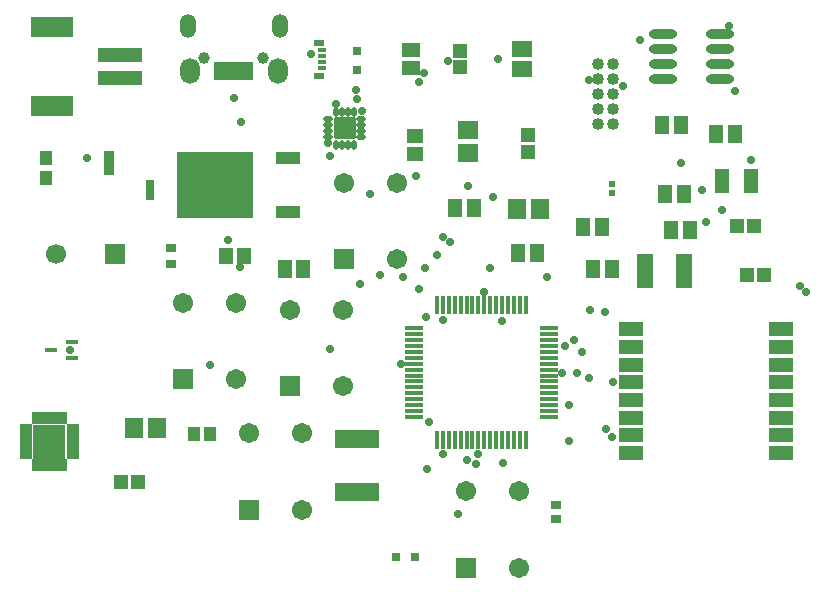
<source format=gts>
G04*
G04 #@! TF.GenerationSoftware,Altium Limited,Altium Designer,21.1.1 (26)*
G04*
G04 Layer_Color=8388736*
%FSLAX25Y25*%
%MOIN*%
G70*
G04*
G04 #@! TF.SameCoordinates,D9F95C0E-15A9-44F3-8ABD-4EC37FB7AC5F*
G04*
G04*
G04 #@! TF.FilePolarity,Negative*
G04*
G01*
G75*
%ADD17R,0.04473X0.01775*%
%ADD22R,0.01181X0.05906*%
%ADD23R,0.05906X0.01181*%
%ADD26R,0.03985X0.04560*%
%ADD29R,0.01860X0.02029*%
%ADD32R,0.03150X0.03150*%
%ADD33R,0.03197X0.02985*%
%ADD40R,0.03740X0.02756*%
%ADD41R,0.03150X0.03150*%
%ADD50R,0.03543X0.02362*%
%ADD51R,0.03150X0.01181*%
%ADD57O,0.09461X0.03162*%
%ADD58R,0.08477X0.04540*%
%ADD59R,0.04737X0.07887*%
%ADD60R,0.04540X0.04934*%
%ADD61R,0.06902X0.06312*%
%ADD62R,0.03713X0.03871*%
G04:AMPARAMS|DCode=63|XSize=74.93mil|YSize=74.93mil|CornerRadius=6.01mil|HoleSize=0mil|Usage=FLASHONLY|Rotation=90.000|XOffset=0mil|YOffset=0mil|HoleType=Round|Shape=RoundedRectangle|*
%AMROUNDEDRECTD63*
21,1,0.07493,0.06291,0,0,90.0*
21,1,0.06291,0.07493,0,0,90.0*
1,1,0.01202,0.03146,0.03146*
1,1,0.01202,0.03146,-0.03146*
1,1,0.01202,-0.03146,-0.03146*
1,1,0.01202,-0.03146,0.03146*
%
%ADD63ROUNDEDRECTD63*%
G04:AMPARAMS|DCode=64|XSize=17.84mil|YSize=31.62mil|CornerRadius=5.97mil|HoleSize=0mil|Usage=FLASHONLY|Rotation=90.000|XOffset=0mil|YOffset=0mil|HoleType=Round|Shape=RoundedRectangle|*
%AMROUNDEDRECTD64*
21,1,0.01784,0.01968,0,0,90.0*
21,1,0.00591,0.03162,0,0,90.0*
1,1,0.01194,0.00984,0.00295*
1,1,0.01194,0.00984,-0.00295*
1,1,0.01194,-0.00984,-0.00295*
1,1,0.01194,-0.00984,0.00295*
%
%ADD64ROUNDEDRECTD64*%
G04:AMPARAMS|DCode=65|XSize=17.84mil|YSize=31.62mil|CornerRadius=5.97mil|HoleSize=0mil|Usage=FLASHONLY|Rotation=180.000|XOffset=0mil|YOffset=0mil|HoleType=Round|Shape=RoundedRectangle|*
%AMROUNDEDRECTD65*
21,1,0.01784,0.01968,0,0,180.0*
21,1,0.00591,0.03162,0,0,180.0*
1,1,0.01194,-0.00295,0.00984*
1,1,0.01194,0.00295,0.00984*
1,1,0.01194,0.00295,-0.00984*
1,1,0.01194,-0.00295,-0.00984*
%
%ADD65ROUNDEDRECTD65*%
%ADD66R,0.14580X0.06115*%
%ADD67R,0.04147X0.04540*%
%ADD68R,0.02572X0.05918*%
%ADD69R,0.14186X0.06706*%
%ADD70R,0.14580X0.04737*%
%ADD71R,0.07887X0.04343*%
%ADD72R,0.25210X0.22257*%
%ADD73R,0.03162X0.03359*%
%ADD74R,0.06115X0.04737*%
%ADD75R,0.05721X0.04737*%
%ADD76R,0.04540X0.06115*%
%ADD77R,0.06312X0.06706*%
%ADD78R,0.05328X0.11430*%
%ADD79R,0.04737X0.05721*%
%ADD80R,0.04737X0.06115*%
%ADD81R,0.04934X0.04540*%
%ADD82R,0.05131X0.04737*%
%ADD83R,0.06509X0.05524*%
%ADD84R,0.11036X0.11430*%
%ADD85R,0.04147X0.02178*%
%ADD86R,0.02178X0.03950*%
%ADD87R,0.06693X0.06693*%
%ADD88C,0.06693*%
%ADD89C,0.06706*%
%ADD90R,0.06706X0.06706*%
%ADD91C,0.04000*%
%ADD92C,0.03950*%
%ADD93O,0.05328X0.07887*%
%ADD94O,0.06509X0.08674*%
%ADD95C,0.02800*%
%ADD96C,0.02769*%
D17*
X126988Y382441D02*
D03*
Y387559D02*
D03*
X120000Y385000D02*
D03*
D22*
X248736Y399941D02*
D03*
X250705D02*
D03*
X252673D02*
D03*
X254642D02*
D03*
X256610D02*
D03*
X258579D02*
D03*
X260547D02*
D03*
X262516D02*
D03*
X264484D02*
D03*
X266453D02*
D03*
X268421D02*
D03*
X270390D02*
D03*
X272358D02*
D03*
X274327D02*
D03*
X276295D02*
D03*
X278264D02*
D03*
Y355059D02*
D03*
X276295D02*
D03*
X274327D02*
D03*
X272358D02*
D03*
X270390D02*
D03*
X268421D02*
D03*
X266453D02*
D03*
X264484D02*
D03*
X262516D02*
D03*
X260547D02*
D03*
X258579D02*
D03*
X256610D02*
D03*
X254642D02*
D03*
X252673D02*
D03*
X250705D02*
D03*
X248736D02*
D03*
D23*
X285941Y392264D02*
D03*
Y390295D02*
D03*
Y388327D02*
D03*
Y386358D02*
D03*
Y384390D02*
D03*
Y382421D02*
D03*
Y380453D02*
D03*
Y378484D02*
D03*
Y376516D02*
D03*
Y374547D02*
D03*
Y372579D02*
D03*
Y370610D02*
D03*
Y368642D02*
D03*
Y366673D02*
D03*
Y364705D02*
D03*
Y362736D02*
D03*
X241059D02*
D03*
Y364705D02*
D03*
Y366673D02*
D03*
Y368642D02*
D03*
Y370610D02*
D03*
Y372579D02*
D03*
Y374547D02*
D03*
Y376516D02*
D03*
Y378484D02*
D03*
Y380453D02*
D03*
Y382421D02*
D03*
Y384390D02*
D03*
Y386358D02*
D03*
Y388327D02*
D03*
Y390295D02*
D03*
Y392264D02*
D03*
D26*
X118500Y442500D02*
D03*
Y449012D02*
D03*
D29*
X307000Y440490D02*
D03*
Y437510D02*
D03*
D32*
X241496Y316000D02*
D03*
X235000D02*
D03*
D33*
X288500Y333469D02*
D03*
Y328532D02*
D03*
D40*
X160000Y419157D02*
D03*
Y413843D02*
D03*
D41*
X222000Y478252D02*
D03*
Y484748D02*
D03*
D50*
X209516Y487496D02*
D03*
Y476472D02*
D03*
D51*
X210500Y484937D02*
D03*
Y482969D02*
D03*
Y481000D02*
D03*
Y479031D02*
D03*
D57*
X324051Y490500D02*
D03*
Y485500D02*
D03*
Y480500D02*
D03*
Y475500D02*
D03*
X342949Y490500D02*
D03*
Y485500D02*
D03*
Y480500D02*
D03*
Y475500D02*
D03*
D58*
X313500Y350642D02*
D03*
Y356547D02*
D03*
Y362453D02*
D03*
Y368358D02*
D03*
Y374264D02*
D03*
Y380169D02*
D03*
Y386075D02*
D03*
Y391980D02*
D03*
X363500D02*
D03*
Y386075D02*
D03*
Y380169D02*
D03*
Y374264D02*
D03*
Y368358D02*
D03*
Y362453D02*
D03*
Y356547D02*
D03*
Y350642D02*
D03*
D59*
X353421Y441500D02*
D03*
X343579D02*
D03*
D60*
X143291Y341000D02*
D03*
X149000D02*
D03*
X357854Y410000D02*
D03*
X352146D02*
D03*
X348791Y426500D02*
D03*
X354500D02*
D03*
D61*
X259000Y450760D02*
D03*
Y458240D02*
D03*
D62*
X139500Y445500D02*
D03*
Y449358D02*
D03*
D63*
X218000Y459000D02*
D03*
D64*
X212488Y456047D02*
D03*
Y458016D02*
D03*
Y459984D02*
D03*
Y461953D02*
D03*
X223512D02*
D03*
Y459984D02*
D03*
Y458016D02*
D03*
Y456047D02*
D03*
D65*
X215047Y464512D02*
D03*
X217016D02*
D03*
X218984D02*
D03*
X220953D02*
D03*
Y453488D02*
D03*
X218984D02*
D03*
X217016D02*
D03*
X215047D02*
D03*
D66*
X222000Y355500D02*
D03*
Y337784D02*
D03*
D67*
X173000Y357000D02*
D03*
X167685D02*
D03*
D68*
X178441Y478083D02*
D03*
X181000D02*
D03*
X183559D02*
D03*
X175882D02*
D03*
X186118D02*
D03*
D69*
X120445Y466311D02*
D03*
Y492689D02*
D03*
D70*
X143083Y475563D02*
D03*
Y483437D02*
D03*
D71*
X199035Y431024D02*
D03*
Y448976D02*
D03*
D72*
X174626Y440000D02*
D03*
D73*
X153000Y436827D02*
D03*
Y440173D02*
D03*
D74*
X240000Y479047D02*
D03*
Y484953D02*
D03*
D75*
X241500Y456406D02*
D03*
Y450500D02*
D03*
D76*
X254850Y432500D02*
D03*
X261150D02*
D03*
X297350Y426000D02*
D03*
X303650D02*
D03*
X275850Y417500D02*
D03*
X282150D02*
D03*
X300850Y412000D02*
D03*
X307150D02*
D03*
X326850Y425000D02*
D03*
X333150D02*
D03*
X324850Y437000D02*
D03*
X331150D02*
D03*
X323850Y460000D02*
D03*
X330150D02*
D03*
X341701Y457000D02*
D03*
X348000D02*
D03*
D77*
X283000Y432000D02*
D03*
X275520D02*
D03*
X147760Y359000D02*
D03*
X155240D02*
D03*
D78*
X331000Y411500D02*
D03*
X318205D02*
D03*
D79*
X184453Y416500D02*
D03*
X178547D02*
D03*
D80*
X198047Y412000D02*
D03*
X203953D02*
D03*
D81*
X279000Y451146D02*
D03*
Y456854D02*
D03*
D82*
X256500Y479244D02*
D03*
Y484756D02*
D03*
D83*
X277000Y478654D02*
D03*
Y485346D02*
D03*
D84*
X119500Y354500D02*
D03*
D85*
X111724Y349579D02*
D03*
Y351547D02*
D03*
Y353516D02*
D03*
Y355484D02*
D03*
Y357453D02*
D03*
Y359421D02*
D03*
X127276D02*
D03*
Y357453D02*
D03*
Y355484D02*
D03*
Y353516D02*
D03*
Y351547D02*
D03*
Y349579D02*
D03*
D86*
X114579Y362374D02*
D03*
X116547D02*
D03*
X118516D02*
D03*
X120484D02*
D03*
X122453D02*
D03*
X124421D02*
D03*
Y346626D02*
D03*
X122453D02*
D03*
X120484D02*
D03*
X118516D02*
D03*
X116547D02*
D03*
X114579D02*
D03*
D87*
X141500Y417000D02*
D03*
D88*
X121815D02*
D03*
D89*
X235358Y415205D02*
D03*
Y440795D02*
D03*
X217642D02*
D03*
X217500Y372910D02*
D03*
Y398500D02*
D03*
X199784D02*
D03*
X276000Y312410D02*
D03*
Y338000D02*
D03*
X258284D02*
D03*
X203858Y331705D02*
D03*
Y357295D02*
D03*
X186142D02*
D03*
X181858Y375205D02*
D03*
Y400795D02*
D03*
X164142D02*
D03*
D90*
X217642Y415205D02*
D03*
X199784Y372910D02*
D03*
X258284Y312410D02*
D03*
X186142Y331705D02*
D03*
X164142Y375205D02*
D03*
D91*
X307500Y460500D02*
D03*
X302500D02*
D03*
X307500Y465500D02*
D03*
X302500D02*
D03*
X307500Y470500D02*
D03*
X302539D02*
D03*
X307500Y475500D02*
D03*
X302500D02*
D03*
X307500Y480500D02*
D03*
X302500D02*
D03*
D92*
X171157Y482217D02*
D03*
X190843D02*
D03*
D93*
X165744Y493043D02*
D03*
X196256D02*
D03*
D94*
X166335Y478083D02*
D03*
X195665D02*
D03*
D95*
X346100Y493000D02*
D03*
X212900Y385384D02*
D03*
X330150Y447400D02*
D03*
X348000Y471300D02*
D03*
X212300Y453900D02*
D03*
X252400Y481516D02*
D03*
X221884Y471550D02*
D03*
X268900Y482000D02*
D03*
X258579Y348200D02*
D03*
X245000Y396100D02*
D03*
X264500Y404500D02*
D03*
X183100Y412700D02*
D03*
X270550Y394850D02*
D03*
X307564Y374264D02*
D03*
X296900Y384390D02*
D03*
X304600Y397650D02*
D03*
X253050Y420950D02*
D03*
X126300Y385000D02*
D03*
X245500Y345200D02*
D03*
X245900Y360900D02*
D03*
X250600Y350500D02*
D03*
X294250Y388327D02*
D03*
X181000Y468900D02*
D03*
X291250Y386400D02*
D03*
X183559Y461100D02*
D03*
X270800Y347400D02*
D03*
X223100Y406900D02*
D03*
X290533Y377440D02*
D03*
X261747Y347100D02*
D03*
X338300Y427600D02*
D03*
X337000Y438500D02*
D03*
X237400Y409450D02*
D03*
X241800Y443000D02*
D03*
X299300Y474900D02*
D03*
X316300Y488200D02*
D03*
X310700Y473000D02*
D03*
X285300Y409500D02*
D03*
X262516Y350300D02*
D03*
X266400Y412400D02*
D03*
X299800Y398300D02*
D03*
X259100Y439600D02*
D03*
X250877Y422850D02*
D03*
X206700Y483800D02*
D03*
X221900Y468600D02*
D03*
X242700Y474300D02*
D03*
X223600Y464600D02*
D03*
X213100Y449800D02*
D03*
X226300Y436900D02*
D03*
X215047Y467100D02*
D03*
X244300Y477300D02*
D03*
X179100Y421853D02*
D03*
X242700Y405300D02*
D03*
X343579Y431700D02*
D03*
X353334Y448287D02*
D03*
X244735Y412500D02*
D03*
X305000Y358800D02*
D03*
X255796Y330300D02*
D03*
X306900Y356100D02*
D03*
X369700Y406400D02*
D03*
X295250Y377421D02*
D03*
X299358Y375600D02*
D03*
X371600Y404200D02*
D03*
X292600Y366673D02*
D03*
Y354700D02*
D03*
X248736Y416672D02*
D03*
X229650Y410100D02*
D03*
X250705Y394900D02*
D03*
X173000Y380100D02*
D03*
X236600Y380453D02*
D03*
X267450Y436100D02*
D03*
X132188Y449012D02*
D03*
D96*
X219969Y457032D02*
D03*
X216032D02*
D03*
Y460969D02*
D03*
X219969D02*
D03*
X218000Y459000D02*
D03*
X123437Y358437D02*
D03*
Y354500D02*
D03*
Y350563D02*
D03*
X119500Y358437D02*
D03*
Y354500D02*
D03*
Y350563D02*
D03*
X115563Y358437D02*
D03*
Y354500D02*
D03*
Y350563D02*
D03*
M02*

</source>
